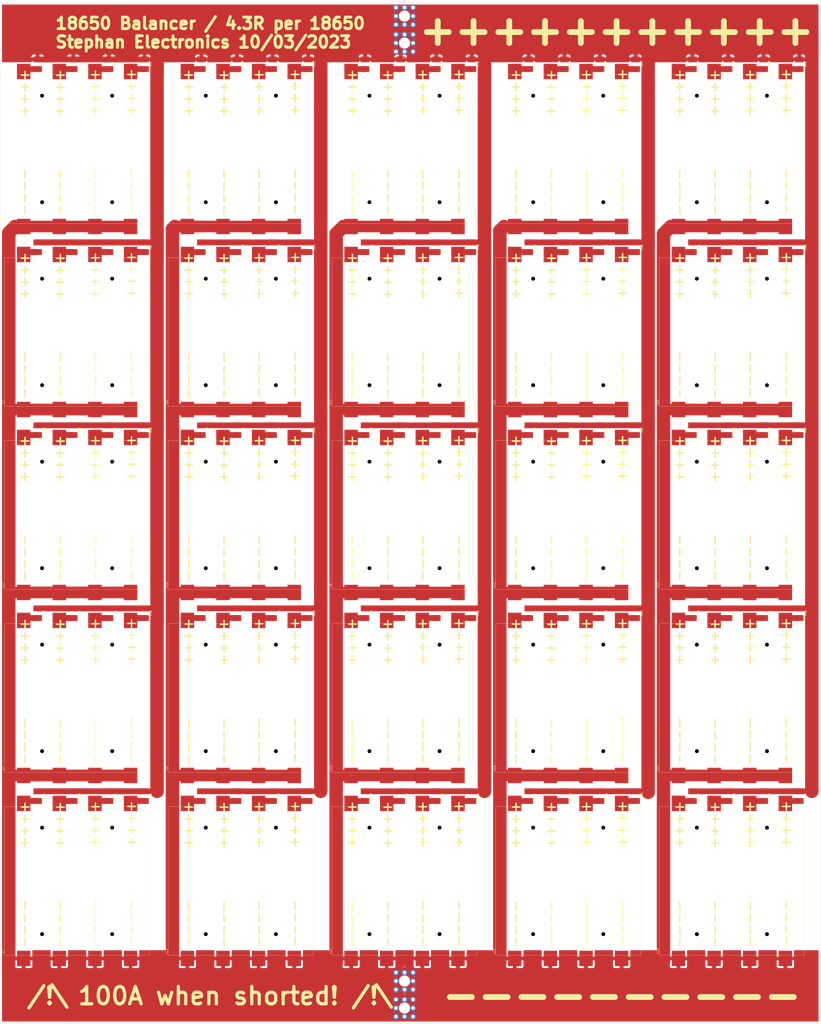
<source format=kicad_pcb>
(kicad_pcb (version 20221018) (generator pcbnew)
  (title_block (date "2023-03-10"))
  (layers (0 "F.Cu" signal) (31 "B.Cu" signal) (34 "B.Paste" user) (35 "F.Paste" user) (36 "B.SilkS" user "B.Silkscreen") (37 "F.SilkS" user "F.Silkscreen") (38 "B.Mask" user) (39 "F.Mask" user) (44 "Edge.Cuts" user))
  (net 0 "")
  (net 1 "VCC")
  (net 2 "Net-(R1-Pad2)")
  (net 3 "Net-(R2-Pad2)")
  (net 4 "Net-(R3-Pad2)")
  (net 5 "Net-(R4-Pad2)")
  (net 6 "GND")
  (net 7 "Net-(R5-Pad2)")
  (net 8 "Net-(R6-Pad2)")
  (net 9 "Net-(R7-Pad2)")
  (net 10 "Net-(R8-Pad2)")
  (net 11 "Net-(R9-Pad2)")
  (net 12 "Net-(R10-Pad2)")
  (net 13 "Net-(R11-Pad2)")
  (net 14 "Net-(R12-Pad2)")
  (net 15 "Net-(R13-Pad2)")
  (net 16 "Net-(R14-Pad2)")
  (net 17 "Net-(R15-Pad2)")
  (net 18 "Net-(R16-Pad2)")
  (net 19 "Net-(R17-Pad2)")
  (net 20 "Net-(R18-Pad2)")
  (net 21 "Net-(R19-Pad2)")
  (net 22 "Net-(R20-Pad2)")
  (net 23 "Net-(R21-Pad2)")
  (net 24 "Net-(R22-Pad2)")
  (net 25 "Net-(R23-Pad2)")
  (net 26 "Net-(R24-Pad2)")
  (net 27 "Net-(R25-Pad2)")
  (net 28 "Net-(R26-Pad2)")
  (net 29 "Net-(R27-Pad2)")
  (net 30 "Net-(R28-Pad2)")
  (net 31 "Net-(R29-Pad2)")
  (net 32 "Net-(R30-Pad2)")
  (net 33 "Net-(R31-Pad2)")
  (net 34 "Net-(R32-Pad2)")
  (net 35 "Net-(R33-Pad2)")
  (net 36 "Net-(R34-Pad2)")
  (net 37 "Net-(R35-Pad2)")
  (net 38 "Net-(R36-Pad2)")
  (net 39 "Net-(R37-Pad2)")
  (net 40 "Net-(R38-Pad2)")
  (net 41 "Net-(R39-Pad2)")
  (net 42 "Net-(R40-Pad2)")
  (net 43 "Net-(R41-Pad2)")
  (net 44 "Net-(R42-Pad2)")
  (net 45 "Net-(R43-Pad2)")
  (net 46 "Net-(R44-Pad2)")
  (net 47 "Net-(R45-Pad2)")
  (net 48 "Net-(R46-Pad2)")
  (net 49 "Net-(R47-Pad2)")
  (net 50 "Net-(R48-Pad2)")
  (net 51 "Net-(R49-Pad2)")
  (net 52 "Net-(R50-Pad2)")
  (net 53 "Net-(R51-Pad2)")
  (net 54 "Net-(R52-Pad2)")
  (net 55 "Net-(R53-Pad2)")
  (net 56 "Net-(R54-Pad2)")
  (net 57 "Net-(R55-Pad2)")
  (net 58 "Net-(R56-Pad2)")
  (net 59 "Net-(R57-Pad2)")
  (net 60 "Net-(R58-Pad2)")
  (net 61 "Net-(R59-Pad2)")
  (net 62 "Net-(R60-Pad2)")
  (net 63 "Net-(R61-Pad2)")
  (net 64 "Net-(R62-Pad2)")
  (net 65 "Net-(R63-Pad2)")
  (net 66 "Net-(R64-Pad2)")
  (net 67 "Net-(R65-Pad2)")
  (net 68 "Net-(R66-Pad2)")
  (net 69 "Net-(R67-Pad2)")
  (net 70 "Net-(R68-Pad2)")
  (net 71 "Net-(R69-Pad2)")
  (net 72 "Net-(R70-Pad2)")
  (net 73 "Net-(R71-Pad2)")
  (net 74 "Net-(R72-Pad2)")
  (net 75 "Net-(R73-Pad2)")
  (net 76 "Net-(R74-Pad2)")
  (net 77 "Net-(R75-Pad2)")
  (net 78 "Net-(R76-Pad2)")
  (net 79 "Net-(R77-Pad2)")
  (net 80 "Net-(R78-Pad2)")
  (net 81 "Net-(R79-Pad2)")
  (net 82 "Net-(R80-Pad2)")
  (net 83 "Net-(R81-Pad2)")
  (net 84 "Net-(R82-Pad2)")
  (net 85 "Net-(R83-Pad2)")
  (net 86 "Net-(R84-Pad2)")
  (net 87 "Net-(R85-Pad2)")
  (net 88 "Net-(R86-Pad2)")
  (net 89 "Net-(R87-Pad2)")
  (net 90 "Net-(R88-Pad2)")
  (net 91 "Net-(R89-Pad2)")
  (net 92 "Net-(R90-Pad2)")
  (net 93 "Net-(R91-Pad2)")
  (net 94 "Net-(R92-Pad2)")
  (net 95 "Net-(R93-Pad2)")
  (net 96 "Net-(R94-Pad2)")
  (net 97 "Net-(R95-Pad2)")
  (net 98 "Net-(R96-Pad2)")
  (net 99 "Net-(R97-Pad2)")
  (net 100 "Net-(R98-Pad2)")
  (net 101 "Net-(R99-Pad2)")
  (net 102 "Net-(R100-Pad2)")
  (footprint "Resistor_SMD:R_2816_7142Metric" (layer "F.Cu") (at 89.5 351 -90)
    (fp_text reference "R13")
    (fp_text value "4.3")
  )
  (footprint "lib:4x_18650_smd" (layer "F.Cu") (at 110 205 90)
    (fp_text reference "U2")
    (fp_text value "~")
  )
  (footprint "Resistor_SMD:R_2816_7142Metric" (layer "F.Cu") (at 429.5 351 -90)
    (fp_text reference "R53")
    (fp_text value "4.3")
  )
  (footprint "Resistor_SMD:R_2816_7142Metric" (layer "F.Cu") (at 174.5 256 -90)
    (fp_text reference "R73")
    (fp_text value "4.3")
  )
  (footprint "Resistor_SMD:R_2816_7142Metric" (layer "F.Cu") (at 315 66 -90)
    (fp_text reference "R72")
    (fp_text value "4.3")
  )
  (footprint "Resistor_SMD:R_2816_7142Metric" (layer "F.Cu") (at 145 66 -90)
    (fp_text reference "R4")
    (fp_text value "4.3")
  )
  (footprint "Resistor_SMD:R_2816_7142Metric" (layer "F.Cu") (at 466.5 351 -90)
    (fp_text reference "R55")
    (fp_text value "4.3")
  )
  (footprint "lib:4x_18650_smd" (layer "F.Cu") (at 450 490 90)
    (fp_text reference "U10")
    (fp_text value "~")
  )
  (footprint "Resistor_SMD:R_2816_7142Metric" (layer "F.Cu") (at 485 66 -90)
    (fp_text reference "R80")
    (fp_text value "4.3")
  )
  (footprint "lib:4x_18650_smd" (layer "F.Cu") (at 195 110 90)
    (fp_text reference "U3")
    (fp_text value "~")
  )
  (footprint "Resistor_SMD:R_2816_7142Metric" (layer "F.Cu") (at 174.5 446 -90)
    (fp_text reference "R41")
    (fp_text value "4.3")
  )
  (footprint "lib:4x_18650_smd" (layer "F.Cu") (at 365 205 90)
    (fp_text reference "U9")
    (fp_text value "~")
  )
  (footprint "Resistor_SMD:R_2816_7142Metric" (layer "F.Cu") (at 400 161 -90)
    (fp_text reference "R36")
    (fp_text value "4.3")
  )
  (footprint "Resistor_SMD:R_2816_7142Metric" (layer "F.Cu") (at 344.5 351 -90)
    (fp_text reference "R61")
    (fp_text value "4.3")
  )
  (footprint "Resistor_SMD:R_2816_7142Metric" (layer "F.Cu") (at 230 256 -90)
    (fp_text reference "R76")
    (fp_text value "4.3")
  )
  (footprint "Resistor_SMD:R_2816_7142Metric" (layer "F.Cu") (at 448 66 -90)
    (fp_text reference "R78")
    (fp_text value "4.3")
  )
  (footprint "lib:4x_18650_smd" (layer "F.Cu") (at 110 395 90)
    (fp_text reference "U4")
    (fp_text value "~")
  )
  (footprint "Resistor_SMD:R_2816_7142Metric" (layer "F.Cu") (at 363 351 -90)
    (fp_text reference "R62")
    (fp_text value "4.3")
  )
  (footprint "Resistor_SMD:R_2816_7142Metric" (layer "F.Cu") (at 259.5 66 -90)
    (fp_text reference "R69")
    (fp_text value "4.3")
  )
  (footprint "Resistor_SMD:R_2816_7142Metric" (layer "F.Cu") (at 174.5 351 -90)
    (fp_text reference "R17")
    (fp_text value "4.3")
  )
  (footprint "Resistor_SMD:R_2816_7142Metric" (layer "F.Cu") (at 485 446 -90)
    (fp_text reference "R40")
    (fp_text value "4.3")
  )
  (footprint "lib:4x_18650_smd" (layer "F.Cu") (at 450 300 90)
    (fp_text reference "U15")
    (fp_text value "~")
  )
  (footprint "lib:4x_18650_smd" (layer "F.Cu") (at 195 205 90)
    (fp_text reference "U6")
    (fp_text value "~")
  )
  (footprint "Resistor_SMD:R_2816_7142Metric" (layer "F.Cu") (at 89.5 256 -90)
    (fp_text reference "R65")
    (fp_text value "4.3")
  )
  (footprint "Resistor_SMD:R_2816_7142Metric" (layer "F.Cu") (at 485 256 -90)
    (fp_text reference "R60")
    (fp_text value "4.3")
  )
  (footprint "Resistor_SMD:R_2816_7142Metric" (layer "F.Cu") (at 89.5 161 -90)
    (fp_text reference "R5")
    (fp_text value "4.3")
  )
  (footprint "Resistor_SMD:R_2816_7142Metric" (layer "F.Cu") (at 145 446 -90)
    (fp_text reference "R28")
    (fp_text value "4.3")
  )
  (footprint "lib:4x_18650_smd" (layer "F.Cu") (at 450 110 90)
    (fp_text reference "U20")
    (fp_text value "~")
  )
  (footprint "Resistor_SMD:R_2816_7142Metric" (layer "F.Cu") (at 448 446 -90)
    (fp_text reference "R38")
    (fp_text value "4.3")
  )
  (footprint "Resistor_SMD:R_2816_7142Metric" (layer "F.Cu") (at 448 351 -90)
    (fp_text reference "R54")
    (fp_text value "4.3")
  )
  (footprint "lib:4x_18650_smd" (layer "F.Cu") (at 110 490 90)
    (fp_text reference "U7")
    (fp_text value "~")
  )
  (footprint "Resistor_SMD:R_2816_7142Metric" (layer "F.Cu") (at 174.5 161 -90)
    (fp_text reference "R21")
    (fp_text value "4.3")
  )
  (footprint "Resistor_SMD:R_2816_7142Metric" (layer "F.Cu") (at 211.5 446 -90)
    (fp_text reference "R43")
    (fp_text value "4.3")
  )
  (footprint "Resistor_SMD:R_2816_7142Metric" (layer "F.Cu") (at 315 256 -90)
    (fp_text reference "R32")
    (fp_text value "4.3")
  )
  (footprint "Resistor_SMD:R_2816_7142Metric" (layer "F.Cu") (at 278 161 -90)
    (fp_text reference "R46")
    (fp_text value "4.3")
  )
  (footprint "Resistor_SMD:R_2816_7142Metric" (layer "F.Cu") (at 296.5 446 -90)
    (fp_text reference "R95")
    (fp_text value "4.3")
  )
  (footprint "Resistor_SMD:R_2816_7142Metric" (layer "F.Cu") (at 296.5 256 -90)
    (fp_text reference "R31")
    (fp_text value "4.3")
  )
  (footprint "Resistor_SMD:R_2816_7142Metric" (layer "F.Cu") (at 400 351 -90)
    (fp_text reference "R64")
    (fp_text value "4.3")
  )
  (footprint "Resistor_SMD:R_2816_7142Metric" (layer "F.Cu") (at 344.5 256 -90)
    (fp_text reference "R49")
    (fp_text value "4.3")
  )
  (footprint "Resistor_SMD:R_2816_7142Metric" (layer "F.Cu") (at 400 66 -90)
    (fp_text reference "R84")
    (fp_text value "4.3")
  )
  (footprint "Resistor_SMD:R_2816_7142Metric" (layer "F.Cu") (at 429.5 66 -90)
    (fp_text reference "R77")
    (fp_text value "4.3")
  )
  (footprint "lib:4x_18650_smd" (layer "F.Cu") (at 280 395 90)
    (fp_text reference "U23")
    (fp_text value "~")
  )
  (footprint "Resistor_SMD:R_2816_7142Metric" (layer "F.Cu") (at 211.5 256 -90)
    (fp_text reference "R75")
    (fp_text value "4.3")
  )
  (footprint "Resistor_SMD:R_2816_7142Metric" (layer "F.Cu") (at 89.5 66 -90)
    (fp_text reference "R1")
    (fp_text value "4.3")
  )
  (footprint "Resistor_SMD:R_2816_7142Metric" (layer "F.Cu") (at 211.5 66 -90)
    (fp_text reference "R11")
    (fp_text value "4.3")
  )
  (footprint "Resistor_SMD:R_2816_7142Metric" (layer "F.Cu") (at 466.5 161 -90)
    (fp_text reference "R87")
    (fp_text value "4.3")
  )
  (footprint "lib:4x_18650_smd" (layer "F.Cu") (at 280 205 90)
    (fp_text reference "U12")
    (fp_text value "~")
  )
  (footprint "Resistor_SMD:R_2816_7142Metric" (layer "F.Cu") (at 278 66 -90)
    (fp_text reference "R70")
    (fp_text value "4.3")
  )
  (footprint "Resistor_SMD:R_2816_7142Metric" (layer "F.Cu") (at 296.5 66 -90)
    (fp_text reference "R71")
    (fp_text value "4.3")
  )
  (footprint "lib:4x_18650_smd" (layer "F.Cu") (at 365 110 90)
    (fp_text reference "U21")
    (fp_text value "~")
  )
  (footprint "Resistor_SMD:R_2816_7142Metric" (layer "F.Cu") (at 230 66 -90)
    (fp_text reference "R12")
    (fp_text value "4.3")
  )
  (footprint "Resistor_SMD:R_2816_7142Metric" (layer "F.Cu") (at 126.5 351 -90)
    (fp_text reference "R15")
    (fp_text value "4.3")
  )
  (footprint "Resistor_SMD:R_2816_7142Metric" (layer "F.Cu") (at 259.5 256 -90)
    (fp_text reference "R29")
    (fp_text value "4.3")
  )
  (footprint "Resistor_SMD:R_2816_7142Metric" (layer "F.Cu") (at 259.5 351 -90)
    (fp_text reference "R89")
    (fp_text value "4.3")
  )
  (footprint "Resistor_SMD:R_2816_7142Metric" (layer "F.Cu") (at 259.5 446 -90)
    (fp_text reference "R93")
    (fp_text value "4.3")
  )
  (footprint "Resistor_SMD:R_2816_7142Metric" (layer "F.Cu") (at 363 256 -90)
    (fp_text reference "R50")
    (fp_text value "4.3")
  )
  (footprint "Resistor_SMD:R_2816_7142Metric" (layer "F.Cu") (at 108 446 -90)
    (fp_text reference "R26")
    (fp_text value "4.3")
  )
  (footprint "Resistor_SMD:R_2816_7142Metric" (layer "F.Cu") (at 400 446 -90)
    (fp_text reference "R100")
    (fp_text value "4.3")
  )
  (footprint "Resistor_SMD:R_2816_7142Metric" (layer "F.Cu") (at 344.5 161 -90)
    (fp_text reference "R33")
    (fp_text value "4.3")
  )
  (footprint "lib:4x_18650_smd" (layer "F.Cu") (at 365 490 90)
    (fp_text reference "U25")
    (fp_text value "~")
  )
  (footprint "Resistor_SMD:R_2816_7142Metric" (layer "F.Cu") (at 126.5 256 -90)
    (fp_text reference "R67")
    (fp_text value "4.3")
  )
  (footprint "Resistor_SMD:R_2816_7142Metric" (layer "F.Cu") (at 429.5 446 -90)
    (fp_text reference "R37")
    (fp_text value "4.3")
  )
  (footprint "Resistor_SMD:R_2816_7142Metric" (layer "F.Cu") (at 108 256 -90)
    (fp_text reference "R66")
    (fp_text value "4.3")
  )
  (footprint "Resistor_SMD:R_2816_7142Metric" (layer "F.Cu") (at 363 446 -90)
    (fp_text reference "R98")
    (fp_text value "4.3")
  )
  (footprint "lib:4x_18650_smd" (layer "F.Cu") (at 450 395 90)
    (fp_text reference "U14")
    (fp_text value "~")
  )
  (footprint "lib:4x_18650_smd" (layer "F.Cu") (at 450 205 90)
    (fp_text reference "U22")
    (fp_text value "~")
  )
  (footprint "Resistor_SMD:R_2816_7142Metric" (layer "F.Cu") (at 126.5 446 -90)
    (fp_text reference "R27")
    (fp_text value "4.3")
  )
  (footprint "Resistor_SMD:R_2816_7142Metric" (layer "F.Cu") (at 193 161 -90)
    (fp_text reference "R22")
    (fp_text value "4.3")
  )
  (footprint "Resistor_SMD:R_2816_7142Metric" (layer "F.Cu") (at 193 256 -90)
    (fp_text reference "R74")
    (fp_text value "4.3")
  )
  (footprint "Resistor_SMD:R_2816_7142Metric" (layer "F.Cu") (at 363 66 -90)
    (fp_text reference "R82")
    (fp_text value "4.3")
  )
  (footprint "Resistor_SMD:R_2816_7142Metric" (layer "F.Cu") (at 485 351 -90)
    (fp_text reference "R56")
    (fp_text value "4.3")
  )
  (footprint "Resistor_SMD:R_2816_7142Metric" (layer "F.Cu") (at 381.5 66 -90)
    (fp_text reference "R83")
    (fp_text value "4.3")
  )
  (footprint "Resistor_SMD:R_2816_7142Metric" (layer "F.Cu") (at 126.5 66 -90)
    (fp_text reference "R3")
    (fp_text value "4.3")
  )
  (footprint "lib:4x_18650_smd" (layer "F.Cu") (at 195 490 90)
    (fp_text reference "U11")
    (fp_text value "~")
  )
  (footprint "Resistor_SMD:R_2816_7142Metric" (layer "F.Cu") (at 448 161 -90)
    (fp_text reference "R86")
    (fp_text value "4.3")
  )
  (footprint "Resistor_SMD:R_2816_7142Metric" (layer "F.Cu") (at 296.5 161 -90)
    (fp_text reference "R47")
    (fp_text value "4.3")
  )
  (footprint "Resistor_SMD:R_2816_7142Metric" (layer "F.Cu") (at 193 446 -90)
    (fp_text reference "R42")
    (fp_text value "4.3")
  )
  (footprint "Resistor_SMD:R_2816_7142Metric" (layer "F.Cu") (at 344.5 66 -90)
    (fp_text reference "R81")
    (fp_text value "4.3")
  )
  (footprint "Resistor_SMD:R_2816_7142Metric" (layer "F.Cu") (at 230 161 -90)
    (fp_text reference "R24")
    (fp_text value "4.3")
  )
  (footprint "Resistor_SMD:R_2816_7142Metric" (layer "F.Cu") (at 381.5 161 -90)
    (fp_text reference "R35")
    (fp_text value "4.3")
  )
  (footprint "Resistor_SMD:R_2816_7142Metric" (layer "F.Cu") (at 363 161 -90)
    (fp_text reference "R34")
    (fp_text value "4.3")
  )
  (footprint "Resistor_SMD:R_2816_7142Metric" (layer "F.Cu") (at 278 256 -90)
    (fp_text reference "R30")
    (fp_text value "4.3")
  )
  (footprint "Resistor_SMD:R_2816_7142Metric" (layer "F.Cu") (at 193 351 -90)
    (fp_text reference "R18")
    (fp_text value "4.3")
  )
  (footprint "Resistor_SMD:R_2816_7142Metric" (layer "F.Cu") (at 278 446 -90)
    (fp_text reference "R94")
    (fp_text value "4.3")
  )
  (footprint "Resistor_SMD:R_2816_7142Metric" (layer "F.Cu") (at 429.5 161 -90)
    (fp_text reference "R85")
    (fp_text value "4.3")
  )
  (footprint "lib:4x_18650_smd" (layer "F.Cu") (at 195 395 90)
    (fp_text reference "U5")
    (fp_text value "~")
  )
  (footprint "lib:4x_18650_smd" (layer "F.Cu") (at 280 110 90)
    (fp_text reference "U18")
    (fp_text value "~")
  )
  (footprint "Resistor_SMD:R_2816_7142Metric" (layer "F.Cu") (at 108 161 -90)
    (fp_text reference "R6")
    (fp_text value "4.3")
  )
  (footprint "Resistor_SMD:R_2816_7142Metric" (layer "F.Cu") (at 145 256 -90)
    (fp_text reference "R68")
    (fp_text value "4.3")
  )
  (footprint "Resistor_SMD:R_2816_7142Metric" (layer "F.Cu") (at 193 66 -90)
    (fp_text reference "R10")
    (fp_text value "4.3")
  )
  (footprint "Resistor_SMD:R_2816_7142Metric" (layer "F.Cu") (at 400 256 -90)
    (fp_text reference "R52")
    (fp_text value "4.3")
  )
  (footprint "Resistor_SMD:R_2816_7142Metric" (layer "F.Cu") (at 211.5 161 -90)
    (fp_text reference "R23")
    (fp_text value "4.3")
  )
  (footprint "Resistor_SMD:R_2816_7142Metric" (layer "F.Cu") (at 278 351 -90)
    (fp_text reference "R90")
    (fp_text value "4.3")
  )
  (footprint "Resistor_SMD:R_2816_7142Metric" (layer "F.Cu") (at 381.5 351 -90)
    (fp_text reference "R63")
    (fp_text value "4.3")
  )
  (footprint "Resistor_SMD:R_2816_7142Metric" (layer "F.Cu") (at 429.5 256 -90)
    (fp_text reference "R57")
    (fp_text value "4.3")
  )
  (footprint "Resistor_SMD:R_2816_7142Metric" (layer "F.Cu") (at 126.5 161 -90)
    (fp_text reference "R7")
    (fp_text value "4.3")
  )
  (footprint "Resistor_SMD:R_2816_7142Metric" (layer "F.Cu") (at 381.5 446 -90)
    (fp_text reference "R99")
    (fp_text value "4.3")
  )
  (footprint "lib:4x_18650_smd" (layer "F.Cu") (at 280 490 90)
    (fp_text reference "U24")
    (fp_text value "~")
  )
  (footprint "Resistor_SMD:R_2816_7142Metric" (layer "F.Cu") (at 259.5 161 -90)
    (fp_text reference "R45")
    (fp_text value "4.3")
  )
  (footprint "Resistor_SMD:R_2816_7142Metric" (layer "F.Cu") (at 211.5 351 -90)
    (fp_text reference "R19")
    (fp_text value "4.3")
  )
  (footprint "Resistor_SMD:R_2816_7142Metric" (layer "F.Cu") (at 485 161 -90)
    (fp_text reference "R88")
    (fp_text value "4.3")
  )
  (footprint "lib:4x_18650_smd" (layer "F.Cu") (at 195 300 90)
    (fp_text reference "U19")
    (fp_text value "~")
  )
  (footprint "Resistor_SMD:R_2816_7142Metric" (layer "F.Cu") (at 315 446 -90)
    (fp_text reference "R96")
    (fp_text value "4.3")
  )
  (footprint "Resistor_SMD:R_2816_7142Metric" (layer "F.Cu") (at 108 351 -90)
    (fp_text reference "R14")
    (fp_text value "4.3")
  )
  (footprint "Resistor_SMD:R_2816_7142Metric" (layer "F.Cu") (at 108 66 -90)
    (fp_text reference "R2")
    (fp_text value "4.3")
  )
  (footprint "Resistor_SMD:R_2816_7142Metric" (layer "F.Cu") (at 381.5 256 -90)
    (fp_text reference "R51")
    (fp_text value "4.3")
  )
  (footprint "Resistor_SMD:R_2816_7142Metric" (layer "F.Cu") (at 344.5 446 -90)
    (fp_text reference "R97")
    (fp_text value "4.3")
  )
  (footprint "Resistor_SMD:R_2816_7142Metric" (layer "F.Cu") (at 145 351 -90)
    (fp_text reference "R16")
    (fp_text value "4.3")
  )
  (footprint "Resistor_SMD:R_2816_7142Metric" (layer "F.Cu") (at 315 161 -90)
    (fp_text reference "R48")
    (fp_text value "4.3")
  )
  (footprint "lib:4x_18650_smd" (layer "F.Cu") (at 110 110 90)
    (fp_text reference "U1")
    (fp_text value "~")
  )
  (footprint "Resistor_SMD:R_2816_7142Metric" (layer "F.Cu") (at 448 256 -90)
    (fp_text reference "R58")
    (fp_text value "4.3")
  )
  (footprint "Resistor_SMD:R_2816_7142Metric" (layer "F.Cu") (at 89.5 446 -90)
    (fp_text reference "R25")
    (fp_text value "4.3")
  )
  (footprint "lib:4x_18650_smd" (layer "F.Cu") (at 110 300 90)
    (fp_text reference "U17")
    (fp_text value "~")
  )
  (footprint "lib:4x_18650_smd" (layer "F.Cu") (at 365 395 90)
    (fp_text reference "U16")
    (fp_text value "~")
  )
  (footprint "Resistor_SMD:R_2816_7142Metric" (layer "F.Cu") (at 315 351 -90)
    (fp_text reference "R92")
    (fp_text value "4.3")
  )
  (footprint "Resistor_SMD:R_2816_7142Metric" (layer "F.Cu") (at 230 446 -90)
    (fp_text reference "R44")
    (fp_text value "4.3")
  )
  (footprint "Resistor_SMD:R_2816_7142Metric" (layer "F.Cu") (at 296.5 351 -90)
    (fp_text reference "R91")
    (fp_text value "4.3")
  )
  (footprint "Resistor_SMD:R_2816_7142Metric" (layer "F.Cu") (at 230 351 -90)
    (fp_text reference "R20")
    (fp_text value "4.3")
  )
  (footprint "lib:4x_18650_smd" (layer "F.Cu") (at 365 300 90)
    (fp_text reference "U13")
    (fp_text value "~")
  )
  (footprint "Resistor_SMD:R_2816_7142Metric" (layer "F.Cu") (at 145 161 -90)
    (fp_text reference "R8")
    (fp_text value "4.3")
  )
  (footprint "Resistor_SMD:R_2816_7142Metric" (layer "F.Cu") (at 466.5 256 -90)
    (fp_text reference "R59")
    (fp_text value "4.3")
  )
  (footprint "lib:4x_18650_smd" (layer "F.Cu") (at 280 300 90)
    (fp_text reference "U8")
    (fp_text value "~")
  )
  (footprint "Resistor_SMD:R_2816_7142Metric" (layer "F.Cu") (at 466.5 66 -90)
    (fp_text reference "R79")
    (fp_text value "4.3")
  )
  (footprint "Resistor_SMD:R_2816_7142Metric" (layer "F.Cu") (at 466.5 446 -90)
    (fp_text reference "R39")
    (fp_text value "4.3")
  )
  (footprint "Resistor_SMD:R_2816_7142Metric" (layer "F.Cu") (at 174.5 66 -90)
    (fp_text reference "R9")
    (fp_text value "4.3")
  )
  (footprint "TerminalBlock_Wuerth:Wuerth_REDCUBE-THR_WP-THRBU_74655095_THR" (layer "B.Cu") (at 280 55)
    (fp_text reference "J3")
    (fp_text value "Conn_01x01_Pin")
  )
  (footprint "TerminalBlock_Wuerth:Wuerth_REDCUBE-THR_WP-THRBU_74655095_THR" (layer "B.Cu") (at 280 542 180)
    (fp_text reference "J4")
    (fp_text value "Conn_01x01_Pin")
  )
  (footprint "TerminalBlock_Wuerth:Wuerth_REDCUBE-THR_WP-THRBU_74655095_THR" (layer "B.Cu") (at 280 41 180)
    (fp_text reference "J2")
    (fp_text value "Conn_01x01_Pin")
  )
  (footprint "TerminalBlock_Wuerth:Wuerth_REDCUBE-THR_WP-THRBU_74655095_THR" (layer "B.Cu") (at 280 556 180)
    (fp_text reference "J1")
    (fp_text value "Conn_01x01_Pin")
  )
  (gr_line (start 496 34) (end 496 564) (stroke (width 0.1)) (layer "Edge.Cuts"))
  (gr_line (start 70 564) (end 70 34) (stroke (width 0.1)) (layer "Edge.Cuts"))
  (gr_line (start 496 564) (end 70 564) (stroke (width 0.1)) (layer "Edge.Cuts"))
  (gr_line (start 70 34) (end 496 34) (stroke (width 0.1)) (layer "Edge.Cuts"))
  (gr_text "/!\\ 100A when shorted! /!\\" (at 83 555) (layer "F.SilkS") (effects (font (size 9 9) (thickness 1.7) bold) (justify left bottom)))
  (gr_text "----------" (at 298 558) (layer "F.SilkS") (effects (font (size 15 15) (thickness 3) bold) (justify left bottom)))
  (gr_text "18650 Balancer / 4.3R per 18650\nStephan Electronics 10/03/2023" (at 98 58) (layer "F.SilkS") (effects (font (size 6 6) (thickness 1.5) bold) (justify left bottom)))
  (gr_text "+++++++++++" (at 286 57) (layer "F.SilkS") (effects (font (size 15 15) (thickness 3) bold) (justify left bottom)))
  (segment (start 278 253.4875) (end 259.5 253.4875) (width 3) (layer "F.Cu") (net 1))
  (segment (start 485 253.4875) (end 474 253.4875) (width 3) (layer "F.Cu") (net 1))
  (segment (start 491.5 158.5) (end 491.5 253) (width 7) (layer "F.Cu") (net 1))
  (segment (start 236.0125 348.4875) (end 236.5 348) (width 3) (layer "F.Cu") (net 1))
  (segment (start 223.5 348.4875) (end 211.5 348.4875) (width 3) (layer "F.Cu") (net 1))
  (segment (start 491.4875 348.4875) (end 491.5 348.5) (width 3) (layer "F.Cu") (net 1))
  (segment (start 296.5 443.4875) (end 278 443.4875) (width 3) (layer "F.Cu") (net 1))
  (segment (start 448 348.4875) (end 429.5 348.4875) (width 3) (layer "F.Cu") (net 1))
  (segment (start 93 63.4875) (end 89.5 63.4875) (width 3) (layer "F.Cu") (net 1))
  (segment (start 126.5 158.4875) (end 108 158.4875) (width 3) (layer "F.Cu") (net 1))
  (segment (start 363 348.4875) (end 344.5 348.4875) (width 3) (layer "F.Cu") (net 1))
  (segment (start 406.5 66) (end 406.5 79) (width 7) (layer "F.Cu") (net 1))
  (segment (start 126.5 253.4875) (end 108 253.4875) (width 3) (layer "F.Cu") (net 1))
  (segment (start 126.5 443.4875) (end 108 443.4875) (width 3) (layer "F.Cu") (net 1))
  (segment (start 306.5 348.4875) (end 321.4875 348.4875) (width 3) (layer "F.Cu") (net 1))
  (segment (start 389.5 253.4875) (end 405.9875 253.4875) (width 3) (layer "F.Cu") (net 1))
  (segment (start 310 158.4875) (end 296.5 158.4875) (width 3) (layer "F.Cu") (net 1))
  (segment (start 151.5 158.5) (end 151.5 253.5) (width 7) (layer "F.Cu") (net 1))
  (segment (start 126.5 348.4875) (end 108 348.4875) (width 3) (layer "F.Cu") (net 1))
  (segment (start 126.5 158.4875) (end 108 158.4875) (width 3) (layer "F.Cu") (net 1))
  (segment (start 308.5 443.4875) (end 296.5 443.4875) (width 3) (layer "F.Cu") (net 1))
  (segment (start 320.9875 253.4875) (end 321.5 254) (width 3) (layer "F.Cu") (net 1))
  (segment (start 491.0125 253.4875) (end 491.5 253) (width 3) (layer "F.Cu") (net 1))
  (segment (start 315 348.4875) (end 306.5 348.4875) (width 3) (layer "F.Cu") (net 1))
  (segment (start 485 348.4875) (end 491.4875 348.4875) (width 3) (layer "F.Cu") (net 1))
  (segment (start 151.4875 348.4875) (end 151.5 348.5) (width 3) (layer "F.Cu") (net 1))
  (segment (start 477 443.4875) (end 466.5 443.4875) (width 3) (layer "F.Cu") (net 1))
  (segment (start 388.5 348.4875) (end 406.4875 348.4875) (width 3) (layer "F.Cu") (net 1))
  (segment (start 491.4875 158.4875) (end 491.5 158.5) (width 3) (layer "F.Cu") (net 1))
  (segment (start 406.5 79) (end 406.5 158.5) (width 7) (layer "F.Cu") (net 1))
  (segment (start 145 348.4875) (end 137.5 348.4875) (width 3) (layer "F.Cu") (net 1))
  (segment (start 236.5 56.5) (end 237.5 55.5) (width 7) (layer "F.Cu") (net 1))
  (segment (start 491.4875 70.4875) (end 491.4875 50) (width 7) (layer "F.Cu") (net 1))
  (segment (start 108 158.4875) (end 89.5 158.4875) (width 3) (layer "F.Cu") (net 1))
  (segment (start 474 253.4875) (end 491.0125 253.4875) (width 3) (layer "F.Cu") (net 1))
  (segment (start 236.5 66) (end 236.5 89) (width 7) (layer "F.Cu") (net 1))
  (segment (start 477 443.4875) (end 491.4875 443.4875) (width 3) (layer "F.Cu") (net 1))
  (segment (start 308 253.4875) (end 296.5 253.4875) (width 3) (layer "F.Cu") (net 1))
  (segment (start 108 158.4875) (end 89.5 158.4875) (width 3) (layer "F.Cu") (net 1))
  (segment (start 315 158.4875) (end 310 158.4875) (width 3) (layer "F.Cu") (net 1))
  (segment (start 145 443.4875) (end 126.5 443.4875) (width 3) (layer "F.Cu") (net 1))
  (segment (start 485 443.4875) (end 477 443.4875) (width 3) (layer "F.Cu") (net 1))
  (segment (start 321.5 69.5) (end 321.5 74) (width 7) (layer "F.Cu") (net 1))
  (segment (start 145 443.4875) (end 151.4875 443.4875) (width 3) (layer "F.Cu") (net 1))
  (segment (start 466.5 443.4875) (end 448 443.4875) (width 3) (layer "F.Cu") (net 1))
  (segment (start 485 348.4875) (end 466.5 348.4875) (width 3) (layer "F.Cu") (net 1))
  (segment (start 211.5 158.4875) (end 193 158.4875) (width 3) (layer "F.Cu") (net 1))
  (segment (start 136 253.4875) (end 151.4875 253.4875) (width 3) (layer "F.Cu") (net 1))
  (segment (start 211.5 443.4875) (end 193 443.4875) (width 3) (layer "F.Cu") (net 1))
  (segment (start 151.5 77.5) (end 151.5 158.5) (width 7) (layer "F.Cu") (net 1))
  (segment (start 485 158.4875) (end 475.5 158.4875) (width 3) (layer "F.Cu") (net 1))
  (segment (start 145 443.4875) (end 126.5 443.4875) (width 3) (layer "F.Cu") (net 1))
  (segment (start 126.5 348.4875) (end 108 348.4875) (width 3) (layer "F.Cu") (net 1))
  (segment (start 145 253.4875) (end 136 253.4875) (width 3) (layer "F.Cu") (net 1))
  (segment (start 139 158.4875) (end 151.4875 158.4875) (width 3) (layer "F.Cu") (net 1))
  (segment (start 236.5 254) (end 236.5 348) (width 7) (layer "F.Cu") (net 1))
  (segment (start 389 443.4875) (end 381.5 443.4875) (width 3) (layer "F.Cu") (net 1))
  (segment (start 400 348.4875) (end 388.5 348.4875) (width 3) (layer "F.Cu") (net 1))
  (segment (start 406.5 348.5) (end 406.5 444) (width 7) (layer "F.Cu") (net 1))
  (segment (start 308.5 443.4875) (end 321.4875 443.4875) (width 3) (layer "F.Cu") (net 1))
  (segment (start 145 158.4875) (end 139 158.4875) (width 3) (layer "F.Cu") (net 1))
  (segment (start 491.5 158.5) (end 491.5 70.5) (width 7) (layer "F.Cu") (net 1))
  (segment (start 448 158.4875) (end 429.5 158.4875) (width 3) (layer "F.Cu") (net 1))
  (segment (start 151.4875 158.4875) (end 151.5 158.5) (width 3) (layer "F.Cu") (net 1))
  (segment (start 405.9875 443.4875) (end 406.5 444) (width 3) (layer "F.Cu") (net 1))
  (segment (start 151.5 65.5) (end 151.5 71.5) (width 7) (layer "F.Cu") (net 1))
  (segment (start 393.5 158.4875) (end 406.4875 158.4875) (width 3) (layer "F.Cu") (net 1))
  (segment (start 466.5 348.4875) (end 448 348.4875) (width 3) (layer "F.Cu") (net 1))
  (segment (start 306.5 348.4875) (end 296.5 348.4875) (width 3) (layer "F.Cu") (net 1))
  (segment (start 236.5 66) (end 236.5 56.5) (width 7) (layer "F.Cu") (net 1))
  (segment (start 321.4875 348.4875) (end 321.5 348.5) (width 3) (layer "F.Cu") (net 1))
  (segment (start 108 443.4875) (end 89.5 443.4875) (width 3) (layer "F.Cu") (net 1))
  (segment (start 405.9875 253.4875) (end 406.5 254) (width 3) (layer "F.Cu") (net 1))
  (segment (start 126.5 158.4875) (end 108 158.4875) (width 3) (layer "F.Cu") (net 1))
  (segment (start 236.5 348) (end 236.5 443.5) (width 7) (layer "F.Cu") (net 1))
  (segment (start 363 253.4875) (end 344.5 253.4875) (width 3) (layer "F.Cu") (net 1))
  (segment (start 321.0125 158.4875) (end 321.5 158) (width 3) (layer "F.Cu") (net 1))
  (segment (start 108 348.4875) (end 89.5 348.4875) (width 3) (layer "F.Cu") (net 1))
  (segment (start 491.4875 443.4875) (end 491.5 443.5) (width 3) (layer "F.Cu") (net 1))
  (segment (start 222.5 158.4875) (end 236.0125 158.4875) (width 3) (layer "F.Cu") (net 1))
  (segment (start 406.4875 158.4875) (end 406.5 158.5) (width 3) (layer "F.Cu") (net 1))
  (segment (start 193 348.4875) (end 174.5 348.4875) (width 3) (layer "F.Cu") (net 1))
  (segment (start 126.5 63.4875) (end 108 63.4875) (width 3) (layer "F.Cu") (net 1))
  (segment (start 474 253.4875) (end 466.5 253.4875) (width 3) (layer "F.Cu") (net 1))
  (segment (start 491.5 348.5) (end 491.5 443.5) (width 7) (layer "F.Cu") (net 1))
  (segment (start 406.5 55.5) (end 408.5 53.5) (width 7) (layer "F.Cu") (net 1))
  (segment (start 388.5 348.4875) (end 381.5 348.4875) (width 3) (layer "F.Cu") (net 1))
  (segment (start 466.5 253.4875) (end 448 253.4875) (width 3) (layer "F.Cu") (net 1))
  (segment (start 126.5 443.4875) (end 108 443.4875) (width 3) (layer "F.Cu") (net 1))
  (segment (start 145 63.4875) (end 126.5 63.4875) (width 3) (layer "F.Cu") (net 1))
  (segment (start 145 348.4875) (end 126.5 348.4875) (width 3) (layer "F.Cu") (net 1))
  (segment (start 381.5 253.4875) (end 363 253.4875) (width 3) (layer "F.Cu") (net 1))
  (segment (start 466.5 158.4875) (end 448 158.4875) (width 3) (layer "F.Cu") (net 1))
  (segment (start 278 158.4875) (end 259.5 158.4875) (width 3) (layer "F.Cu") (net 1))
  (segment (start 225 443.4875) (end 236.4875 443.4875) (width 3) (layer "F.Cu") (net 1))
  (segment (start 223 253.4875) (end 211.5 253.4875) (width 3) (layer "F.Cu") (net 1))
  (segment (start 315 443.4875) (end 308.5 443.4875) (width 3) (layer "F.Cu") (net 1))
  (segment (start 491.5 70.5) (end 491.4875 70.4875) (width 7) (layer "F.Cu") (net 1))
  (segment (start 381.5 348.4875) (end 363 348.4875) (width 3) (layer "F.Cu") (net 1))
  (segment (start 145 253.4875) (end 126.5 253.4875) (width 3) (layer "F.Cu") (net 1))
  (segment (start 230 158.4875) (end 222.5 158.4875) (width 3) (layer "F.Cu") (net 1))
  (segment (start 406.5 66) (end 406.5 55.5) (width 7) (layer "F.Cu") (net 1))
  (segment (start 137.5 348.4875) (end 126.5 348.4875) (width 3) (layer "F.Cu") (net 1))
  (segment (start 193 253.4875) (end 174.5 253.4875) (width 3) (layer "F.Cu") (net 1))
  (segment (start 151.5 51) (end 152.5 50) (width 7) (layer "F.Cu") (net 1))
  (segment (start 145 158.4875) (end 126.5 158.4875) (width 3) (layer "F.Cu") (net 1))
  (segment (start 108 63.4875) (end 93 63.4875) (width 3) (layer "F.Cu") (net 1))
  (segment (start 151.5 71.5) (end 151.5 51) (width 7) (layer "F.Cu") (net 1))
  (segment (start 278 348.4875) (end 259.5 348.4875) (width 3) (layer "F.Cu") (net 1))
  (segment (start 389 443.4875) (end 405.9875 443.4875) (width 3) (layer "F.Cu") (net 1))
  (segment (start 223.5 348.4875) (end 236.0125 348.4875) (width 3) (layer "F.Cu") (net 1))
  (segment (start 381.5 158.4875) (end 363 158.4875) (width 3) (layer "F.Cu") (net 1))
  (segment (start 108 348.4875) (end 89.5 348.4875) (width 3) (layer "F.Cu") (net 1))
  (segment (start 308 253.4875) (end 320.9875 253.4875) (width 3) (layer "F.Cu") (net 1))
  (segment (start 363 158.4875) (end 344.5 158.4875) (width 3) (layer "F.Cu") (net 1))
  (segment (start 296.5 253.4875) (end 278 253.4875) (width 3) (layer "F.Cu") (net 1))
  (segment (start 310 158.4875) (end 321.0125 158.4875) (width 3) (layer "F.Cu") (net 1))
  (segment (start 222.5 158.4875) (end 211.5 158.4875) (width 3) (layer "F.Cu") (net 1))
  (segment (start 151.5 253.5) (end 151.5 348.5) (width 7) (layer "F.Cu") (net 1))
  (segment (start 151.5 71.5) (end 151.5 77.5) (width 7) (layer "F.Cu") (net 1))
  (segment (start 400 253.4875) (end 389.5 253.4875) (width 3) (layer "F.Cu") (net 1))
  (segment (start 230 443.4875) (end 225 443.4875) (width 3) (layer "F.Cu") (net 1))
  (segment (start 406.4875 348.4875) (end 406.5 348.5) (width 3) (layer "F.Cu") (net 1))
  (segment (start 236.0125 158.4875) (end 236.5 158) (width 3) (layer "F.Cu") (net 1))
  (segment (start 108 443.4875) (end 89.5 443.4875) (width 3) (layer "F.Cu") (net 1))
  (segment (start 406.5 254) (end 406.5 348.5) (width 7) (layer "F.Cu") (net 1))
  (segment (start 321.5 69.5) (end 321.5 57) (width 7) (layer "F.Cu") (net 1))
  (segment (start 278 443.4875) (end 259.5 443.4875) (width 3) (layer "F.Cu") (net 1))
  (segment (start 321.5 74) (end 321.5 158) (width 7) (layer "F.Cu") (net 1))
  (segment (start 406.5 158.5) (end 406.5 254) (width 7) (layer "F.Cu") (net 1))
  (segment (start 381.5 443.4875) (end 363 443.4875) (width 3) (layer "F.Cu") (net 1))
  (segment (start 136 253.4875) (end 126.5 253.4875) (width 3) (layer "F.Cu") (net 1))
  (segment (start 145 158.4875) (end 126.5 158.4875) (width 3) (layer "F.Cu") (net 1))
  (segment (start 448 253.4875) (end 429.5 253.4875) (width 3) (layer "F.Cu") (net 1))
  (segment (start 236.5 89) (end 236.5 158) (width 7) (layer "F.Cu") (net 1))
  (segment (start 236.4875 443.4875) (end 236.5 443.5) (width 3) (layer "F.Cu") (net 1))
  (segment (start 230 348.4875) (end 223.5 348.4875) (width 3) (layer "F.Cu") (net 1))
  (segment (start 151.5 348.5) (end 151.5 443.5) (width 7) (layer "F.Cu") (net 1))
  (segment (start 448 443.4875) (end 429.5 443.4875) (width 3) (layer "F.Cu") (net 1))
  (segment (start 236.5 158) (end 236.5 254) (width 7) (layer "F.Cu") (net 1))
  (segment (start 363 443.4875) (end 344.5 443.4875) (width 3) (layer "F.Cu") (net 1))
  (segment (start 475.5 158.4875) (end 466.5 158.4875) (width 3) (layer "F.Cu") (net 1))
  (segment (start 193 158.4875) (end 174.5 158.4875) (width 3) (layer "F.Cu") (net 1))
  (segment (start 296.5 348.4875) (end 278 348.4875) (width 3) (layer "F.Cu") (net 1))
  (segment (start 321.5 254) (end 321.5 348.5) (width 7) (layer "F.Cu") (net 1))
  (segment (start 389.5 253.4875) (end 381.5 253.4875) (width 3) (layer "F.Cu") (net 1))
  (segment (start 321.5 158) (end 321.5 254) (width 7) (layer "F.Cu") (net 1))
  (segment (start 223 253.4875) (end 235.9875 253.4875) (width 3) (layer "F.Cu") (net 1))
  (segment (start 235.9875 253.4875) (end 236.5 254) (width 3) (layer "F.Cu") (net 1))
  (segment (start 211.5 253.4875) (end 193 253.4875) (width 3) (layer "F.Cu") (net 1))
  (segment (start 321.4875 443.4875) (end 321.5 443.5) (width 3) (layer "F.Cu") (net 1))
  (segment (start 108 253.4875) (end 89.5 253.4875) (width 3) (layer "F.Cu") (net 1))
  (segment (start 475.5 158.4875) (end 491.4875 158.4875) (width 3) (layer "F.Cu") (net 1))
  (segment (start 151.4875 443.4875) (end 151.5 443.5) (width 3) (layer "F.Cu") (net 1))
  (segment (start 139 158.4875) (end 126.5 158.4875) (width 3) (layer "F.Cu") (net 1))
  (segment (start 108 158.4875) (end 89.5 158.4875) (width 3) (layer "F.Cu") (net 1))
  (segment (start 296.5 158.4875) (end 278 158.4875) (width 3) (layer "F.Cu") (net 1))
  (segment (start 230 253.4875) (end 223 253.4875) (width 3) (layer "F.Cu") (net 1))
  (segment (start 400 158.4875) (end 393.5 158.4875) (width 3) (layer "F.Cu") (net 1))
  (segment (start 393.5 158.4875) (end 381.5 158.4875) (width 3) (layer "F.Cu") (net 1))
  (segment (start 315 253.4875) (end 308 253.4875) (width 3) (layer "F.Cu") (net 1))
  (segment (start 400 443.4875) (end 389 443.4875) (width 3) (layer "F.Cu") (net 1))
  (segment (start 225 443.4875) (end 211.5 443.4875) (width 3) (layer "F.Cu") (net 1))
  (segment (start 193 443.4875) (end 174.5 443.4875) (width 3) (layer "F.Cu") (net 1))
  (segment (start 137.5 348.4875) (end 151.4875 348.4875) (width 3) (layer "F.Cu") (net 1))
  (segment (start 211.5 348.4875) (end 193 348.4875) (width 3) (layer "F.Cu") (net 1))
  (segment (start 491.5 253) (end 491.5 348.5) (width 7) (layer "F.Cu") (net 1))
  (segment (start 321.5 65) (end 321.5 69.5) (width 7) (layer "F.Cu") (net 1))
  (segment (start 126.5 253.4875) (end 108 253.4875) (width 3) (layer "F.Cu") (net 1))
  (segment (start 151.4875 253.4875) (end 151.5 253.5) (width 3) (layer "F.Cu") (net 1))
  (segment (start 108 253.4875) (end 89.5 253.4875) (width 3) (layer "F.Cu") (net 1))
  (segment (start 321.5 348.5) (end 321.5 443.5) (width 7) (layer "F.Cu") (net 1))
  (segment (start 89.5 68.5125) (end 83.4875 68.5125) (width 3) (layer "F.Cu") (net 2))
  (segment (start 83.4875 68.5125) (end 82.25 69.75) (width 3) (layer "F.Cu") (net 2))
  (segment (start 101.9875 68.5125) (end 100.75 69.75) (width 3) (layer "F.Cu") (net 3))
  (segment (start 108 68.5125) (end 101.9875 68.5125) (width 3) (layer "F.Cu") (net 3))
  (segment (start 126.5 68.5125) (end 120.4875 68.5125) (width 3) (layer "F.Cu") (net 4))
  (segment (start 120.4875 68.5125) (end 119.25 69.75) (width 3) (layer "F.Cu") (net 4))
  (segment (start 145 68.5125) (end 138.9875 68.5125) (width 3) (layer "F.Cu") (net 5))
  (segment (start 138.9875 68.5125) (end 137.75 69.75) (width 3) (layer "F.Cu") (net 5))
  (segment (start 175.5 150.25) (end 160.75 150.25) (width 6) (layer "F.Cu") (net 6))
  (segment (start 428.5 245.25) (end 422.25 245.25) (width 6) (layer "F.Cu") (net 6))
  (segment (start 440.75 340.25) (end 430 340.25) (width 6) (layer "F.Cu") (net 6))
  (segment (start 289.25 340.25) (end 270.75 340.25) (width 6) (layer "F.Cu") (net 6))
  (segment (start 329.5 435) (end 329.5 445.611627) (width 7) (layer "F.Cu") (net 6))
  (segment (start 428.5 245.25) (end 414.75 245.25) (width 6) (layer "F.Cu") (net 6))
  (segment (start 137.75 435.25) (end 119.25 435.25) (width 6) (layer "F.Cu") (net 6))
  (segment (start 177.5 340.25) (end 161.25 340.25) (width 6) (layer "F.Cu") (net 6))
  (segment (start 374.25 435.25) (end 355.75 435.25) (width 6) (layer "F.Cu") (net 6))
  (segment (start 185.75 340.25) (end 177.5 340.25) (width 6) (layer "F.Cu") (net 6))
  (segment (start 159.5 437.5) (end 159.5 454.5) (width 7) (layer "F.Cu") (net 6))
  (segment (start 76.75 340.25) (end 74.5 342.5) (width 6) (layer "F.Cu") (net 6))
  (segment (start 204.25 245.25) (end 185.75 245.25) (width 6) (layer "F.Cu") (net 6))
  (segment (start 270.75 245.25) (end 261 245.25) (width 6) (layer "F.Cu") (net 6))
  (segment (start 329.5 152.5) (end 329.5 162) (width 7) (layer "F.Cu") (net 6))
  (segment (start 345.5 435.25) (end 337.25 435.25) (width 6) (layer "F.Cu") (net 6))
  (segment (start 414.5 245) (end 414.5 340) (width 7) (layer "F.Cu") (net 6))
  (segment (start 477.75 245.25) (end 459.25 245.25) (width 6) (layer "F.Cu") (net 6))
  (segment (start 100.75 245.25) (end 82.25 245.25) (width 6) (layer "F.Cu") (net 6))
  (segment (start 345.5 245.25) (end 337.25 245.25) (width 6) (layer "F.Cu") (net 6))
  (segment (start 270.75 435.25) (end 259.5 435.25) (width 6) (layer "F.Cu") (net 6))
  (segment (start 137.75 245.25) (end 119.25 245.25) (width 6) (layer "F.Cu") (net 6))
  (segment (start 204.25 435.25) (end 185.75 435.25) (width 6) (layer "F.Cu") (net 6))
  (segment (start 261 340.25) (end 244.75 340.25) (width 6) (layer "F.Cu") (net 6))
  (segment (start 440.75 435.25) (end 432 435.25) (width 6) (layer "F.Cu") (net 6))
  (segment (start 100.75 150.25) (end 82.25 150.25) (width 6) (layer "F.Cu") (net 6))
  (segment (start 331.75 150.25) (end 329.5 152.5) (width 7) (layer "F.Cu") (net 6))
  (segment (start 137.75 245.25) (end 119.25 245.25) (width 6) (layer "F.Cu") (net 6))
  (segment (start 74.5 154.5) (end 74.5 171) (width 7) (layer "F.Cu") (net 6))
  (segment (start 414.5 413.5) (end 414.5 434.5) (width 7) (layer "F.Cu") (net 6))
  (segment (start 422.25 150.25) (end 418.25 150.25) (width 6) (layer "F.Cu") (net 6))
  (segment (start 100.75 245.25) (end 82.25 245.25) (width 6) (layer "F.Cu") (net 6))
  (segment (start 137.75 245.25) (end 119.25 245.25) (width 6) (layer "F.Cu") (net 6))
  (segment (start 329.5 528.5) (end 329.5 532.5) (width 7) (layer "F.Cu") (net 6))
  (segment (start 392.75 435.25) (end 374.25 435.25) (width 6) (layer "F.Cu") (net 6))
  (segment (start 414.75 340.25) (end 414.5 340) (width 6) (layer "F.Cu") (net 6))
  (segment (start 392.75 245.25) (end 374.25 245.25) (width 6) (layer "F.Cu") (net 6))
  (segment (start 76.25 435.25) (end 74.5 437) (width 6) (layer "F.Cu") (net 6))
  (segment (start 76.25 245.25) (end 74.5 247) (width 6) (layer "F.Cu") (net 6))
  (segment (start 430 340.25) (end 422.25 340.25) (width 6) (layer "F.Cu") (net 6))
  (segment (start 222.75 245.25) (end 204.25 245.25) (width 6) (layer "F.Cu") (net 6))
  (segment (start 161.25 340.25) (end 159.5 342) (width 6) (layer "F.Cu") (net 6))
  (segment (start 222.75 150.25) (end 204.25 150.25) (width 6) (layer "F.Cu") (net 6))
  (segment (start 432 435.25) (end 415.25 435.25) (width 6) (layer "F.Cu") (net 6))
  (segment (start 374.25 245.25) (end 355.75 245.25) (width 6) (layer "F.Cu") (net 6))
  (segment (start 440.75 150.25) (end 422.25 150.25) (width 6) (layer "F.Cu") (net 6))
  (segment (start 414.5 340) (end 414.5 413.5) (width 7) (layer "F.Cu") (net 6))
  (segment (start 344 340.25) (end 329.75 340.25) (width 6) (layer "F.Cu") (net 6))
  (segment (start 392.75 340.25) (end 374.25 340.25) (width 6) (layer "F.Cu") (net 6))
  (segment (start 246.15 245.25) (end 244.5 243.6) (width 6) (layer "F.Cu") (net 6))
  (segment (start 270.75 340.25) (end 261 340.25) (width 6) (layer "F.Cu") (net 6))
  (segment (start 345.5 435.25) (end 329.75 435.25) (width 6) (layer "F.Cu") (net 6))
  (segment (start 244.5 434.5) (end 244.5 529.5) (width 7) (layer "F.Cu") (net 6))
  (segment (start 440.75 245.25) (end 428.5 245.25) (width 6) (layer "F.Cu") (net 6))
  (segment (start 261 340.25) (end 252.25 340.25) (width 6) (layer "F.Cu") (net 6))
  (segment (start 77.75 150.25) (end 74.5 153.5) (width 7) (layer "F.Cu") (net 6))
  (segment (start 414.5 154) (end 414.5 161) (width 7) (layer "F.Cu") (net 6))
  (segment (start 159.5 247.5) (end 159.5 342) (width 7) (layer "F.Cu") (net 6))
  (segment (start 204.25 150.25) (end 185.75 150.25) (width 6) (layer "F.Cu") (net 6))
  (segment (start 91 245.25) (end 76.25 245.25) (width 6) (layer "F.Cu") (net 6))
  (segment (start 344 340.25) (end 337.25 340.25) (width 6) (layer "F.Cu") (net 6))
  (segment (start 477.75 340.25) (end 459.25 340.25) (width 6) (layer "F.Cu") (net 6))
  (segment (start 374.25 150.25) (end 355.75 150.25) (width 6) (layer "F.Cu") (net 6))
  (segment (start 415.25 435.25) (end 414.5 434.5) (width 6) (layer "F.Cu") (net 6))
  (segment (start 459.25 340.25) (end 440.75 340.25) (width 6) (layer "F.Cu") (net 6))
  (segment (start 430 340.25) (end 414.75 340.25) (width 6) (layer "F.Cu") (net 6))
  (segment (start 160.75 150.25) (end 159.5 151.5) (width 7) (layer "F.Cu") (net 6))
  (segment (start 337.25 150.25) (end 331.75 150.25) (width 6) (layer "F.Cu") (net 6))
  (segment (start 161.75 435.25) (end 159.5 437.5) (width 6) (layer "F.Cu") (net 6))
  (segment (start 159.5 151.5) (end 159.5 157.5) (width 7) (layer "F.Cu") (net 6))
  (segment (start 374.25 340.25) (end 355.75 340.25) (width 6) (layer "F.Cu") (net 6))
  (segment (start 100.75 340.25) (end 82.25 340.25) (width 6) (layer "F.Cu") (net 6))
  (segment (start 185.75 245.25) (end 177.5 245.25) (width 6) (layer "F.Cu") (net 6))
  (segment (start 119.25 150.25) (end 100.75 150.25) (width 6) (layer "F.Cu") (net 6))
  (segment (start 93 340.25) (end 76.75 340.25) (width 6) (layer "F.Cu") (net 6))
  (segment (start 100.75 435.25) (end 90.5 435.25) (width 6) (layer "F.Cu") (net 6))
  (segment (start 259.5 435.25) (end 245.25 435.25) (width 6) (layer "F.Cu") (net 6))
  (segment (start 261 245.25) (end 246.15 245.25) (width 6) (layer "F.Cu") (net 6))
  (segment (start 355.75 435.25) (end 345.5 435.25) (width 6) (layer "F.Cu") (net 6))
  (segment (start 74.5 342.5) (end 74.5 437) (width 7) (layer "F.Cu") (net 6))
  (segment (start 329.5 245) (end 329.5 340.5) (width 7) (layer "F.Cu") (net 6))
  (segment (start 119.25 245.25) (end 100.75 245.25) (width 6) (layer "F.Cu") (net 6))
  (segment (start 100.75 340.25) (end 93 340.25) (width 6) (layer "F.Cu") (net 6))
  (segment (start 307.75 245.25) (end 289.25 245.25) (width 6) (layer "F.Cu") (net 6))
  (segment (start 178 435.25) (end 161.75 435.25) (width 6) (layer "F.Cu") (net 6))
  (segment (start 137.75 340.25) (end 119.25 340.25) (width 6) (layer "F.Cu") (net 6))
  (segment (start 91 245.25) (end 82.25 245.25) (width 6) (layer "F.Cu") (net 6))
  (segment (start 159.5 454.5) (end 159.5 462.5) (width 7) (layer "F.Cu") (net 6))
  (segment (start 252.25 150.25) (end 248.25 150.25) (width 6) (layer "F.Cu") (net 6))
  (segment (start 100.75 245.25) (end 91 245.25) (width 6) (layer "F.Cu") (net 6))
  (segment (start 74.5 153.5) (end 74 154) (width 6) (layer "F.Cu") (net 6))
  (segment (start 100.75 435.25) (end 82.25 435.25) (width 6) (layer "F.Cu") (net 6))
  (segment (start 244.5 159.5) (end 244.5 243.6) (width 7) (layer "F.Cu") (net 6))
  (segment (start 119.25 245.25) (end 100.75 245.25) (width 6) (layer "F.Cu") (net 6))
  (segment (start 329.5 162) (end 329.5 245) (width 7) (layer "F.Cu") (net 6))
  (segment (start 307.75 150.25) (end 289.25 150.25) (width 6) (layer "F.Cu") (net 6))
  (segment (start 90.5 435.25) (end 82.25 435.25) (width 6) (layer "F.Cu") (net 6))
  (segment (start 248.25 150.25) (end 244.5 154) (width 7) (layer "F.Cu") (net 6))
  (segment (start 244.75 340.25) (end 244.5 340) (width 6) (layer "F.Cu") (net 6))
  (segment (start 329.5 445.611627) (end 329.5 528.5) (width 7) (layer "F.Cu") (net 6))
  (segment (start 222.75 340.25) (end 204.25 340.25) (width 6) (layer "F.Cu") (net 6))
  (segment (start 74.5 538.5) (end 82 546) (width 7) (layer "F.Cu") (net 6))
  (segment (start 414.5 434.5) (end 414.5 531.5) (width 7) (layer "F.Cu") (net 6))
  (segment (start 82.25 150.25) (end 77.75 150.25) (width 6) (layer "F.Cu") (net 6))
  (segment (start 204.25 340.25) (end 185.75 340.25) (width 6) (layer "F.Cu") (net 6))
  (segment (start 392.75 150.25) (end 374.25 150.25) (width 6) (layer "F.Cu") (net 6))
  (segment (start 74.5 247) (end 74.5 342.5) (width 7) (layer "F.Cu") (net 6))
  (segment (start 261 245.25) (end 252.25 245.25) (width 6) (layer "F.Cu") (net 6))
  (segment (start 329.5 340.5) (end 329.5 435) (width 7) (layer "F.Cu") (net 6))
  (segment (start 177.5 245.25) (end 167.25 245.25) (width 6) (layer "F.Cu") (net 6))
  (segment (start 355.75 150.25) (end 337.25 150.25) (width 6) (layer "F.Cu") (net 6))
  (segment (start 161.75 245.25) (end 159.5 247.5) (width 6) (layer "F.Cu") (net 6))
  (segment (start 289.25 245.25) (end 270.75 245.25) (width 6) (layer "F.Cu") (net 6))
  (segment (start 93 340.25) (end 82.25 340.25) (width 6) (layer "F.Cu") (net 6))
  (segment (start 289.25 435.25) (end 270.75 435.25) (width 6) (layer "F.Cu") (net 6))
  (segment (start 477.75 150.25) (end 459.25 150.25) (width 6) (layer "F.Cu") (net 6))
  (segment (start 432 435.25) (end 422.25 435.25) (width 6) (layer "F.Cu") (net 6))
  (segment (start 459.25 245.25) (end 440.75 245.25) (width 6) (layer "F.Cu") (net 6))
  (segment (start 74.5 533) (end 74.5 538.5) (width 7) (layer "F.Cu") (net 6))
  (segment (start 159.5 157.5) (end 159.5 247.5) (width 7) (layer "F.Cu") (net 6))
  (segment (start 119.25 340.25) (end 100.75 340.25) (width 6) (layer "F.Cu") (net 6))
  (segment (start 477.75 435.25) (end 459.25 435.25) (width 6) (layer "F.Cu") (net 6))
  (segment (start 119.25 340.25) (end 100.75 340.25) (width 6) (layer "F.Cu") (net 6))
  (segment (start 185.75 150.25) (end 175.5 150.25) (width 6) (layer "F.Cu") (net 6))
  (segment (start 259.5 435.25) (end 252.25 435.25) (width 6) (layer "F.Cu") (net 6))
  (segment (start 119.25 435.25) (end 100.75 435.25) (width 6) (layer "F.Cu") (net 6))
  (segment (start 90.5 435.25) (end 76.25 435.25) (width 6) (layer "F.Cu") (net 6))
  (segment (start 414.5 161) (end 414.5 245) (width 7) (layer "F.Cu") (net 6))
  (segment (start 119.25 245.25) (end 100.75 245.25) (width 6) (layer "F.Cu") (net 6))
  (segment (start 159.5 529) (end 159.5 532.5) (width 7) (layer "F.Cu") (net 6))
  (segment (start 178 435.25) (end 167.25 435.25) (width 6) (layer "F.Cu") (net 6))
  (segment (start 307.75 435.25) (end 289.25 435.25) (width 6) (layer "F.Cu") (net 6))
  (segment (start 414.75 245.25) (end 414.5 245) (width 6) (layer "F.Cu") (net 6))
  (segment (start 244.5 154) (end 244.5 159.5) (width 7) (layer "F.Cu") (net 6))
  (segment (start 177.5 245.25) (end 161.75 245.25) (width 6) (layer "F.Cu") (net 6))
  (segment (start 175.5 150.25) (end 167.25 150.25) (width 6) (layer "F.Cu") (net 6))
  (segment (start 137.75 435.25) (end 119.25 435.25) (width 6) (layer "F.Cu") (net 6))
  (segment (start 159.5 342) (end 159.5 437.5) (width 7) (layer "F.Cu") (net 6))
  (segment (start 137.75 340.25) (end 119.25 340.25) (width 6) (layer "F.Cu") (net 6))
  (segment (start 244.5 529.5) (end 244.5 533) (width 7) (layer "F.Cu") (net 6))
  (segment (start 307.75 340.25) (end 289.25 340.25) (width 6) (layer "F.Cu") (net 6))
  (segment (start 289.25 150.25) (end 270.75 150.25) (width 6) (layer "F.Cu") (net 6))
  (segment (start 222.75 435.25) (end 204.25 435.25) (width 6) (layer "F.Cu") (net 6))
  (segment (start 185.75 435.25) (end 178 435.25) (width 6) (layer "F.Cu") (net 6))
  (segment (start 137.75 150.25) (end 119.25 150.25) (width 6) (layer "F.Cu") (net 6))
  (segment (start 345.5 245.25) (end 329.75 245.25) (width 6) (layer "F.Cu") (net 6))
  (segment (start 245.25 435.25) (end 244.5 434.5) (width 6) (layer "F.Cu") (net 6))
  (segment (start 74.5 437) (end 74.5 533) (width 7) (layer "F.Cu") (net 6))
  (segment (start 244.5 340) (end 244.5 434.5) (width 7) (layer "F.Cu") (net 6))
  (segment (start 159.5 462.5) (end 159.5 529) (width 7) (layer "F.Cu") (net 6))
  (segment (start 459.25 435.25) (end 440.75 435.25) (width 6) (layer "F.Cu") (net 6))
  (segment (start 355.75 245.25) (end 345.5 245.25) (width 6) (layer "F.Cu") (net 6))
  (segment (start 329.75 435.25) (end 329.5 435) (width 6) (layer "F.Cu") (net 6))
  (segment (start 459.25 150.25) (end 440.75 150.25) (width 6) (layer "F.Cu") (net 6))
  (segment (start 74.5 171) (end 74.5 247) (width 7) (layer "F.Cu") (net 6))
  (segment (start 329.75 245.25) (end 329.5 245) (width 6) (layer "F.Cu") (net 6))
  (segment (start 329.75 340.25) (end 329.5 340.5) (width 6) (layer "F.Cu") (net 6))
  (segment (start 418.25 150.25) (end 414.5 154) (width 7) (layer "F.Cu") (net 6))
  (segment (start 177.5 340.25) (end 167.25 340.25) (width 6) (layer "F.Cu") (net 6))
  (segment (start 270.75 150.25) (end 252.25 150.25) (width 6) (layer "F.Cu") (net 6))
  (segment (start 119.25 435.25) (end 100.75 435.25) (width 6) (layer "F.Cu") (net 6))
  (segment (start 244.5 243.6) (end 244.5 340) (width 7) (layer "F.Cu") (net 6))
  (segment (start 355.75 340.25) (end 344 340.25) (width 6) (layer "F.Cu") (net 6))
  (segment (start 83.4875 163.5125) (end 82.25 164.75) (width 3) (layer "F.Cu") (net 7))
  (segment (start 89.5 163.5125) (end 83.4875 163.5125) (width 3) (layer "F.Cu") (net 7))
  (segment (start 89.5 163.5125) (end 83.4875 163.5125) (width 3) (layer "F.Cu") (net 7))
  (segment (start 83.4875 163.5125) (end 82.25 164.75) (width 3) (layer "F.Cu") (net 7))
  (segment (start 89.5 163.5125) (end 83.4875 163.5125) (width 3) (layer "F.Cu") (net 7))
  (segment (start 83.4875 163.5125) (end 82.25 164.75) (width 3) (layer "F.Cu") (net 7))
  (segment (start 108 163.5125) (end 101.9875 163.5125) (width 3) (layer "F.Cu") (net 8))
  (segment (start 101.9875 163.5125) (end 100.75 164.75) (width 3) (layer "F.Cu") (net 8))
  (segment (start 108 163.5125) (end 101.9875 163.5125) (width 3) (layer "F.Cu") (net 8))
  (segment (start 108 163.5125) (end 101.9875 163.5125) (width 3) (layer "F.Cu") (net 8))
  (segment (start 101.9875 163.5125) (end 100.75 164.75) (width 3) (layer "F.Cu") (net 8))
  (segment (start 101.9875 163.5125) (end 100.75 164.75) (width 3) (layer "F.Cu") (net 8))
  (segment (start 126.5 163.5125) (end 120.4875 163.5125) (width 3) (layer "F.Cu") (net 9))
  (segment (start 126.5 163.5125) (end 120.4875 163.5125) (width 3) (layer "F.Cu") (net 9))
  (segment (start 120.4875 163.5125) (end 119.25 164.75) (width 3) (layer "F.Cu") (net 9))
  (segment (start 126.5 163.5125) (end 120.4875 163.5125) (width 3) (layer "F.Cu") (net 9))
  (segment (start 120.4875 163.5125) (end 119.25 164.75) (width 3) (layer "F.Cu") (net 9))
  (segment (start 120.4875 163.5125) (end 119.25 164.75) (width 3) (layer "F.Cu") (net 9))
  (segment (start 145 163.5125) (end 138.9875 163.5125) (width 3) (layer "F.Cu") (net 10))
  (segment (start 145 163.5125) (end 138.9875 163.5125) (width 3) (layer "F.Cu") (net 10))
  (segment (start 138.9875 163.5125) (end 137.75 164.75) (width 3) (layer "F.Cu") (net 10))
  (segment (start 138.9875 163.5125) (end 137.75 164.75) (width 3) (layer "F.Cu") (net 10))
  (segment (start 145 163.5125) (end 138.9875 163.5125) (width 3) (layer "F.Cu") (net 10))
  (segment (start 138.9875 163.5125) (end 137.75 164.75) (width 3) (layer "F.Cu") (net 10))
  (segment (start 168.4875 68.5125) (end 167.25 69.75) (width 3) (layer "F.Cu") (net 11))
  (segment (start 174.5 68.5125) (end 168.4875 68.5125) (width 3) (layer "F.Cu") (net 11))
  (segment (start 193 68.5125) (end 186.9875 68.5125) (width 3) (layer "F.Cu") (net 12))
  (segment (start 186.9875 68.5125) (end 185.75 69.75) (width 3) (layer "F.Cu") (net 12))
  (segment (start 211.5 68.5125) (end 205.4875 68.5125) (width 3) (layer "F.Cu") (net 13))
  (segment (start 205.4875 68.5125) (end 204.25 69.75) (width 3) (layer "F.Cu") (net 13))
  (segment (start 223.9875 68.5125) (end 222.75 69.75) (width 3) (layer "F.Cu") (net 14))
  (segment (start 230 68.5125) (end 223.9875 68.5125) (width 3) (layer "F.Cu") (net 14))
  (segment (start 89.5 353.5125) (end 83.4875 353.5125) (width 3) (layer "F.Cu") (net 15))
  (segment (start 83.4875 353.5125) (end 82.25 354.75) (width 3) (layer "F.Cu") (net 15))
  (segment (start 89.5 353.5125) (end 83.4875 353.5125) (width 3) (layer "F.Cu") (net 15))
  (segment (start 83.4875 353.5125) (end 82.25 354.75) (width 3) (layer "F.Cu") (net 15))
  (segment (start 108 353.5125) (end 101.9875 353.5125) (width 3) (layer "F.Cu") (net 16))
  (segment (start 108 353.5125) (end 101.9875 353.5125) (width 3) (layer "F.Cu") (net 16))
  (segment (start 101.9875 353.5125) (end 100.75 354.75) (width 3) (layer "F.Cu") (net 16))
  (segment (start 101.9875 353.5125) (end 100.75 354.75) (width 3) (layer "F.Cu") (net 16))
  (segment (start 120.4875 353.5125) (end 119.25 354.75) (width 3) (layer "F.Cu") (net 17))
  (segment (start 126.5 353.5125) (end 120.4875 353.5125) (width 3) (layer "F.Cu") (net 17))
  (segment (start 120.4875 353.5125) (end 119.25 354.75) (width 3) (layer "F.Cu") (net 17))
  (segment (start 126.5 353.5125) (end 120.4875 353.5125) (width 3) (layer "F.Cu") (net 17))
  (segment (start 138.9875 353.5125) (end 137.75 354.75) (width 3) (layer "F.Cu") (net 18))
  (segment (start 145 353.5125) (end 138.9875 353.5125) (width 3) (layer "F.Cu") (net 18))
  (segment (start 145 353.5125) (end 138.9875 353.5125) (width 3) (layer "F.Cu") (net 18))
  (segment (start 138.9875 353.5125) (end 137.75 354.75) (width 3) (layer "F.Cu") (net 18))
  (segment (start 168.4875 353.5125) (end 167.25 354.75) (width 3) (layer "F.Cu") (net 19))
  (segment (start 174.5 353.5125) (end 168.4875 353.5125) (width 3) (layer "F.Cu") (net 19))
  (segment (start 186.9875 353.5125) (end 185.75 354.75) (width 3) (layer "F.Cu") (net 20))
  (segment (start 193 353.5125) (end 186.9875 353.5125) (width 3) (layer "F.Cu") (net 20))
  (segment (start 211.5 353.5125) (end 205.4875 353.5125) (width 3) (layer "F.Cu") (net 21))
  (segment (start 205.4875 353.5125) (end 204.25 354.75) (width 3) (layer "F.Cu") (net 21))
  (segment (start 230 353.5125) (end 223.9875 353.5125) (width 3) (layer "F.Cu") (net 22))
  (segment (start 223.9875 353.5125) (end 222.75 354.75) (width 3) (layer "F.Cu") (net 22))
  (segment (start 168.4875 163.5125) (end 167.25 164.75) (width 3) (layer "F.Cu") (net 23))
  (segment (start 174.5 163.5125) (end 168.4875 163.5125) (width 3) (layer "F.Cu") (net 23))
  (segment (start 193 163.5125) (end 186.9875 163.5125) (width 3) (layer "F.Cu") (net 24))
  (segment (start 186.9875 163.5125) (end 185.75 164.75) (width 3) (layer "F.Cu") (net 24))
  (segment (start 211.5 163.5125) (end 205.4875 163.5125) (width 3) (layer "F.Cu") (net 25))
  (segment (start 205.4875 163.5125) (end 204.25 164.75) (width 3) (layer "F.Cu") (net 25))
  (segment (start 223.9875 163.5125) (end 222.75 164.75) (width 3) (layer "F.Cu") (net 26))
  (segment (start 230 163.5125) (end 223.9875 163.5125) (width 3) (layer "F.Cu") (net 26))
  (segment (start 83.4875 448.5125) (end 82.25 449.75) (width 3) (layer "F.Cu") (net 27))
  (segment (start 89.5 448.5125) (end 83.4875 448.5125) (width 3) (layer "F.Cu") (net 27))
  (segment (start 89.5 448.5125) (end 83.4875 448.5125) (width 3) (layer "F.Cu") (net 27))
  (segment (start 83.4875 448.5125) (end 82.25 449.75) (width 3) (layer "F.Cu") (net 27))
  (segment (start 108 448.5125) (end 101.9875 448.5125) (width 3) (layer "F.Cu") (net 28))
  (segment (start 101.9875 448.5125) (end 100.75 449.75) (width 3) (layer "F.Cu") (net 28))
  (segment (start 101.9875 448.5125) (end 100.75 449.75) (width 3) (layer "F.Cu") (net 28))
  (segment (start 108 448.5125) (end 101.9875 448.5125) (width 3) (layer "F.Cu") (net 28))
  (segment (start 120.4875 448.5125) (end 119.25 449.75) (width 3) (layer "F.Cu") (net 29))
  (segment (start 126.5 448.5125) (end 120.4875 448.5125) (width 3) (layer "F.Cu") (net 29))
  (segment (start 120.4875 448.5125) (end 119.25 449.75) (width 3) (layer "F.Cu") (net 29))
  (segment (start 126.5 448.5125) (end 120.4875 448.5125) (width 3) (layer "F.Cu") (net 29))
  (segment (start 145 448.5125) (end 138.9875 448.5125) (width 3) (layer "F.Cu") (net 30))
  (segment (start 138.9875 448.5125) (end 137.75 449.75) (width 3) (layer "F.Cu") (net 30))
  (segment (start 145 448.5125) (end 138.9875 448.5125) (width 3) (layer "F.Cu") (net 30))
  (segment (start 138.9875 448.5125) (end 137.75 449.75) (width 3) (layer "F.Cu") (net 30))
  (segment (start 253.4875 258.5125) (end 252.25 259.75) (width 3) (layer "F.Cu") (net 31))
  (segment (start 259.5 258.5125) (end 253.4875 258.5125) (width 3) (layer "F.Cu") (net 31))
  (segment (start 271.9875 258.5125) (end 270.75 259.75) (width 3) (layer "F.Cu") (net 32))
  (segment (start 278 258.5125) (end 271.9875 258.5125) (width 3) (layer "F.Cu") (net 32))
  (segment (start 290.4875 258.5125) (end 289.25 259.75) (width 3) (layer "F.Cu") (net 33))
  (segment (start 296.5 258.5125) (end 290.4875 258.5125) (width 3) (layer "F.Cu") (net 33))
  (segment (start 308.9875 258.5125) (end 307.75 259.75) (width 3) (layer "F.Cu") (net 34))
  (segment (start 315 258.5125) (end 308.9875 258.5125) (width 3) (layer "F.Cu") (net 34))
  (segment (start 338.4875 163.5125) (end 337.25 164.75) (width 3) (layer "F.Cu") (net 35))
  (segment (start 344.5 163.5125) (end 338.4875 163.5125) (width 3) (layer "F.Cu") (net 35))
  (segment (start 356.9875 163.5125) (end 355.75 164.75) (width 3) (layer "F.Cu") (net 36))
  (segment (start 363 163.5125) (end 356.9875 163.5125) (width 3) (layer "F.Cu") (net 36))
  (segment (start 381.5 163.5125) (end 375.4875 163.5125) (width 3) (layer "F.Cu") (net 37))
  (segment (start 375.4875 163.5125) (end 374.25 164.75) (width 3) (layer "F.Cu") (net 37))
  (segment (start 400 163.5125) (end 393.9875 163.5125) (width 3) (layer "F.Cu") (net 38))
  (segment (start 393.9875 163.5125) (end 392.75 164.75) (width 3) (layer "F.Cu") (net 38))
  (segment (start 429.5 448.5125) (end 423.4875 448.5125) (width 3) (layer "F.Cu") (net 39))
  (segment (start 423.4875 448.5125) (end 422.25 449.75) (width 3) (layer "F.Cu") (net 39))
  (segment (start 448 448.5125) (end 441.9875 448.5125) (width 3) (layer "F.Cu") (net 40))
  (segment (start 441.9875 448.5125) (end 440.75 449.75) (width 3) (layer "F.Cu") (net 40))
  (segment (start 466.5 448.5125) (end 460.4875 448.5125) (width 3) (layer "F.Cu") (net 41))
  (segment (start 460.4875 448.5125) (end 459.25 449.75) (width 3) (layer "F.Cu") (net 41))
  (segment (start 478.9875 448.5125) (end 477.75 449.75) (width 3) (layer "F.Cu") (net 42))
  (segment (start 485 448.5125) (end 478.9875 448.5125) (width 3) (layer "F.Cu") (net 42))
  (segment (start 168.4875 448.5125) (end 167.25 449.75) (width 3) (layer "F.Cu") (net 43))
  (segment (start 174.5 448.5125) (end 168.4875 448.5125) (width 3) (layer "F.Cu") (net 43))
  (segment (start 193 448.5125) (end 186.9875 448.5125) (width 3) (layer "F.Cu") (net 44))
  (segment (start 186.9875 448.5125) (end 185.75 449.75) (width 3) (layer "F.Cu") (net 44))
  (segment (start 211.5 448.5125) (end 205.4875 448.5125) (width 3) (layer "F.Cu") (net 45))
  (segment (start 205.4875 448.5125) (end 204.25 449.75) (width 3) (layer "F.Cu") (net 45))
  (segment (start 230 448.5125) (end 223.9875 448.5125) (width 3) (layer "F.Cu") (net 46))
  (segment (start 223.9875 448.5125) (end 222.75 449.75) (width 3) (layer "F.Cu") (net 46))
  (segment (start 253.4875 163.5125) (end 252.25 164.75) (width 3) (layer "F.Cu") (net 47))
  (segment (start 259.5 163.5125) (end 253.4875 163.5125) (width 3) (layer "F.Cu") (net 47))
  (segment (start 278 163.5125) (end 271.9875 163.5125) (width 3) (layer "F.Cu") (net 48))
  (segment (start 271.9875 163.5125) (end 270.75 164.75) (width 3) (layer "F.Cu") (net 48))
  (segment (start 296.5 163.5125) (end 290.4875 163.5125) (width 3) (layer "F.Cu") (net 49))
  (segment (start 290.4875 163.5125) (end 289.25 164.75) (width 3) (layer "F.Cu") (net 49))
  (segment (start 308.9875 163.5125) (end 307.75 164.75) (width 3) (layer "F.Cu") (net 50))
  (segment (start 315 163.5125) (end 308.9875 163.5125) (width 3) (layer "F.Cu") (net 50))
  (segment (start 344.5 258.5125) (end 338.4875 258.5125) (width 3) (layer "F.Cu") (net 51))
  (segment (start 338.4875 258.5125) (end 337.25 259.75) (width 3) (layer "F.Cu") (net 51))
  (segment (start 356.9875 258.5125) (end 355.75 259.75) (width 3) (layer "F.Cu") (net 52))
  (segment (start 363 258.5125) (end 356.9875 258.5125) (width 3) (layer "F.Cu") (net 52))
  (segment (start 381.5 258.5125) (end 375.4875 258.5125) (width 3) (layer "F.Cu") (net 53))
  (segment (start 375.4875 258.5125) (end 374.25 259.75) (width 3) (layer "F.Cu") (net 53))
  (segment (start 400 258.5125) (end 393.9875 258.5125) (width 3) (layer "F.Cu") (net 54))
  (segment (start 393.9875 258.5125) (end 392.75 259.75) (width 3) (layer "F.Cu") (net 54))
  (segment (start 423.4875 353.5125) (end 422.25 354.75) (width 3) (layer "F.Cu") (net 55))
  (segment (start 429.5 353.5125) (end 423.4875 353.5125) (width 3) (layer "F.Cu") (net 55))
  (segment (start 441.9875 353.5125) (end 440.75 354.75) (width 3) (layer "F.Cu") (net 56))
  (segment (start 448 353.5125) (end 441.9875 353.5125) (width 3) (layer "F.Cu") (net 56))
  (segment (start 460.4875 353.5125) (end 459.25 354.75) (width 3) (layer "F.Cu") (net 57))
  (segment (start 466.5 353.5125) (end 460.4875 353.5125) (width 3) (layer "F.Cu") (net 57))
  (segment (start 485 353.5125) (end 478.9875 353.5125) (width 3) (layer "F.Cu") (net 58))
  (segment (start 478.9875 353.5125) (end 477.75 354.75) (width 3) (layer "F.Cu") (net 58))
  (segment (start 429.5 258.5125) (end 423.4875 258.5125) (width 3) (layer "F.Cu") (net 59))
  (segment (start 423.4875 258.5125) (end 422.25 259.75) (width 3) (layer "F.Cu") (net 59))
  (segment (start 448 258.5125) (end 441.9875 258.5125) (width 3) (layer "F.Cu") (net 60))
  (segment (start 441.9875 258.5125) (end 440.75 259.75) (width 3) (layer "F.Cu") (net 60))
  (segment (start 460.4875 258.5125) (end 459.25 259.75) (width 3) (layer "F.Cu") (net 61))
  (segment (start 466.5 258.5125) (end 460.4875 258.5125) (width 3) (layer "F.Cu") (net 61))
  (segment (start 478.9875 258.5125) (end 477.75 259.75) (width 3) (layer "F.Cu") (net 62))
  (segment (start 485 258.5125) (end 478.9875 258.5125) (width 3) (layer "F.Cu") (net 62))
  (segment (start 338.4875 353.5125) (end 337.25 354.75) (width 3) (layer "F.Cu") (net 63))
  (segment (start 344.5 353.5125) (end 338.4875 353.5125) (width 3) (layer "F.Cu") (net 63))
  (segment (start 363 353.5125) (end 356.9875 353.5125) (width 3) (layer "F.Cu") (net 64))
  (segment (start 356.9875 353.5125) (end 355.75 354.75) (width 3) (layer "F.Cu") (net 64))
  (segment (start 381.5 353.5125) (end 375.4875 353.5125) (width 3) (layer "F.Cu") (net 65))
  (segment (start 375.4875 353.5125) (end 374.25 354.75) (width 3) (layer "F.Cu") (net 65))
  (segment (start 400 353.5125) (end 393.9875 353.5125) (width 3) (layer "F.Cu") (net 66))
  (segment (start 393.9875 353.5125) (end 392.75 354.75) (width 3) (layer "F.Cu") (net 66))
  (segment (start 83.4875 258.5125) (end 82.25 259.75) (width 3) (layer "F.Cu") (net 67))
  (segment (start 89.5 258.5125) (end 83.4875 258.5125) (width 3) (layer "F.Cu") (net 67))
  (segment (start 83.4875 258.5125) (end 82.25 259.75) (width 3) (layer "F.Cu") (net 67))
  (segment (start 89.5 258.5125) (end 83.4875 258.5125) (width 3) (layer "F.Cu") (net 67))
  (segment (start 108 258.5125) (end 101.9875 258.5125) (width 3) (layer "F.Cu") (net 68))
  (segment (start 108 258.5125) (end 101.9875 258.5125) (width 3) (layer "F.Cu") (net 68))
  (segment (start 101.9875 258.5125) (end 100.75 259.75) (width 3) (layer "F.Cu") (net 68))
  (segment (start 101.9875 258.5125) (end 100.75 259.75) (width 3) (layer "F.Cu") (net 68))
  (segment (start 126.5 258.5125) (end 120.4875 258.5125) (width 3) (layer "F.Cu") (net 69))
  (segment (start 126.5 258.5125) (end 120.4875 258.5125) (width 3) (layer "F.Cu") (net 69))
  (segment (start 120.4875 258.5125) (end 119.25 259.75) (width 3) (layer "F.Cu") (net 69))
  (segment (start 120.4875 258.5125) (end 119.25 259.75) (width 3) (layer "F.Cu") (net 69))
  (segment (start 138.9875 258.5125) (end 137.75 259.75) (width 3) (layer "F.Cu") (net 70))
  (segment (start 145 258.5125) (end 138.9875 258.5125) (width 3) (layer "F.Cu") (net 70))
  (segment (start 138.9875 258.5125) (end 137.75 259.75) (width 3) (layer "F.Cu") (net 70))
  (segment (start 145 258.5125) (end 138.9875 258.5125) (width 3) (layer "F.Cu") (net 70))
  (segment (start 253.4875 68.5125) (end 252.25 69.75) (width 3) (layer "F.Cu") (net 71))
  (segment (start 259.5 68.5125) (end 253.4875 68.5125) (width 3) (layer "F.Cu") (net 71))
  (segment (start 278 68.5125) (end 271.9875 68.5125) (width 3) (layer "F.Cu") (net 72))
  (segment (start 271.9875 68.5125) (end 270.75 69.75) (width 3) (layer "F.Cu") (net 72))
  (segment (start 290.4875 68.5125) (end 289.25 69.75) (width 3) (layer "F.Cu") (net 73))
  (segment (start 296.5 68.5125) (end 290.4875 68.5125) (width 3) (layer "F.Cu") (net 73))
  (segment (start 308.9875 68.5125) (end 307.75 69.75) (width 3) (layer "F.Cu") (net 74))
  (segment (start 315 68.5125) (end 308.9875 68.5125) (width 3) (layer "F.Cu") (net 74))
  (segment (start 168.4875 258.5125) (end 167.25 259.75) (width 3) (layer "F.Cu") (net 75))
  (segment (start 174.5 258.5125) (end 168.4875 258.5125) (width 3) (layer "F.Cu") (net 75))
  (segment (start 186.9875 258.5125) (end 185.75 259.75) (width 3) (layer "F.Cu") (net 76))
  (segment (start 193 258.5125) (end 186.9875 258.5125) (width 3) (layer "F.Cu") (net 76))
  (segment (start 211.5 258.5125) (end 205.4875 258.5125) (width 3) (layer "F.Cu") (net 77))
  (segment (start 205.4875 258.5125) (end 204.25 259.75) (width 3) (layer "F.Cu") (net 77))
  (segment (start 223.9875 258.5125) (end 222.75 259.75) (width 3) (layer "F.Cu") (net 78))
  (segment (start 230 258.5125) (end 223.9875 258.5125) (width 3) (layer "F.Cu") (net 78))
  (segment (start 429.5 68.5125) (end 423.4875 68.5125) (width 3) (layer "F.Cu") (net 79))
  (segment (start 423.4875 68.5125) (end 422.25 69.75) (width 3) (layer "F.Cu") (net 79))
  (segment (start 441.9875 68.5125) (end 440.75 69.75) (width 3) (layer "F.Cu") (net 80))
  (segment (start 448 68.5125) (end 441.9875 68.5125) (width 3) (layer "F.Cu") (net 80))
  (segment (start 466.5 68.5125) (end 460.4875 68.5125) (width 3) (layer "F.Cu") (net 81))
  (segment (start 460.4875 68.5125) (end 459.25 69.75) (width 3) (layer "F.Cu") (net 81))
  (segment (start 485 68.5125) (end 478.9875 68.5125) (width 3) (layer "F.Cu") (net 82))
  (segment (start 478.9875 68.5125) (end 477.75 69.75) (width 3) (layer "F.Cu") (net 82))
  (segment (start 338.4875 68.5125) (end 337.25 69.75) (width 3) (layer "F.Cu") (net 83))
  (segment (start 344.5 68.5125) (end 338.4875 68.5125) (width 3) (layer "F.Cu") (net 83))
  (segment (start 356.9875 68.5125) (end 355.75 69.75) (width 3) (layer "F.Cu") (net 84))
  (segment (start 363 68.5125) (end 356.9875 68.5125) (width 3) (layer "F.Cu") (net 84))
  (segment (start 375.4875 68.5125) (end 374.25 69.75) (width 3) (layer "F.Cu") (net 85))
  (segment (start 381.5 68.5125) (end 375.4875 68.5125) (width 3) (layer "F.Cu") (net 85))
  (segment (start 393.9875 68.5125) (end 392.75 69.75) (width 3) (layer "F.Cu") (net 86))
  (segment (start 400 68.5125) (end 393.9875 68.5125) (width 3) (layer "F.Cu") (net 86))
  (segment (start 423.4875 163.5125) (end 422.25 164.75) (width 3) (layer "F.Cu") (net 87))
  (segment (start 429.5 163.5125) (end 423.4875 163.5125) (width 3) (layer "F.Cu") (net 87))
  (segment (start 448 163.5125) (end 441.9875 163.5125) (width 3) (layer "F.Cu") (net 88))
  (segment (start 441.9875 163.5125) (end 440.75 164.75) (width 3) (layer "F.Cu") (net 88))
  (segment (start 466.5 163.5125) (end 460.4875 163.5125) (width 3) (layer "F.Cu") (net 89))
  (segment (start 460.4875 163.5125) (end 459.25 164.75) (width 3) (layer "F.Cu") (net 89))
  (segment (start 478.9875 163.5125) (end 477.75 164.75) (width 3) (layer "F.Cu") (net 90))
  (segment (start 485 163.5125) (end 478.9875 163.5125) (width 3) (layer "F.Cu") (net 90))
  (segment (start 259.5 353.5125) (end 253.4875 353.5125) (width 3) (layer "F.Cu") (net 91))
  (segment (start 253.4875 353.5125) (end 252.25 354.75) (width 3) (layer "F.Cu") (net 91))
  (segment (start 278 353.5125) (end 271.9875 353.5125) (width 3) (layer "F.Cu") (net 92))
  (segment (start 271.9875 353.5125) (end 270.75 354.75) (width 3) (layer "F.Cu") (net 92))
  (segment (start 290.4875 353.5125) (end 289.25 354.75) (width 3) (layer "F.Cu") (net 93))
  (segment (start 296.5 353.5125) (end 290.4875 353.5125) (width 3) (layer "F.Cu") (net 93))
  (segment (start 308.9875 353.5125) (end 307.75 354.75) (width 3) (layer "F.Cu") (net 94))
  (segment (start 315 353.5125) (end 308.9875 353.5125) (width 3) (layer "F.Cu") (net 94))
  (segment (start 253.4875 448.5125) (end 252.25 449.75) (width 3) (layer "F.Cu") (net 95))
  (segment (start 259.5 448.5125) (end 253.4875 448.5125) (width 3) (layer "F.Cu") (net 95))
  (segment (start 278 448.5125) (end 271.9875 448.5125) (width 3) (layer "F.Cu") (net 96))
  (segment (start 271.9875 448.5125) (end 270.75 449.75) (width 3) (layer "F.Cu") (net 96))
  (segment (start 290.4875 448.5125) (end 289.25 449.75) (width 3) (layer "F.Cu") (net 97))
  (segment (start 296.5 448.5125) (end 290.4875 448.5125) (width 3) (layer "F.Cu") (net 97))
  (segment (start 308.9875 448.5125) (end 307.75 449.75) (width 3) (layer "F.Cu") (net 98))
  (segment (start 315 448.5125) (end 308.9875 448.5125) (width 3) (layer "F.Cu") (net 98))
  (segment (start 338.4875 448.5125) (end 337.25 449.75) (width 3) (layer "F.Cu") (net 99))
  (segment (start 344.5 448.5125) (end 338.4875 448.5125) (width 3) (layer "F.Cu") (net 99))
  (segment (start 356.9875 448.5125) (end 355.75 449.75) (width 3) (layer "F.Cu") (net 100))
  (segment (start 363 448.5125) (end 356.9875 448.5125) (width 3) (layer "F.Cu") (net 100))
  (segment (start 381.5 448.5125) (end 375.4875 448.5125) (width 3) (layer "F.Cu") (net 101))
  (segment (start 375.4875 448.5125) (end 374.25 449.75) (width 3) (layer "F.Cu") (net 101))
  (segment (start 400 448.5125) (end 393.9875 448.5125) (width 3) (layer "F.Cu") (net 102))
  (segment (start 393.9875 448.5125) (end 392.75 449.75) (width 3) (layer "F.Cu") (net 102))
  (zone (net 6) (net_name "GND") (layer "F.Cu") (connect_pads (clearance 0.5)) (min_thickness 0.25) (fill yes (thermal_gap 1) (thermal_bridge_width 2))
    (polygon (pts (xy 71 563) (xy 495 563) (xy 495 526) (xy 71 526)))
  )
  (zone (net 1) (net_name "VCC") (layer "F.Cu") (priority 1) (connect_pads (clearance 0.5)) (min_thickness 0.25) (fill yes (thermal_gap 1) (thermal_bridge_width 2))
    (polygon (pts (xy 71 35) (xy 495 35) (xy 495 65) (xy 71 65)))
  )
)
</source>
